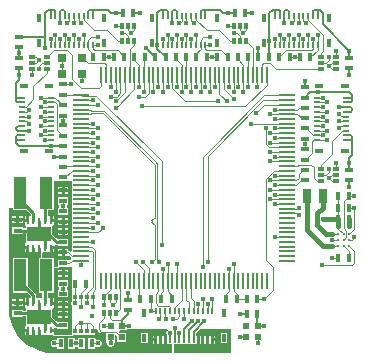
<source format=gtl>
G04*
G04 #@! TF.GenerationSoftware,Altium Limited,Altium Designer,24.10.1 (45)*
G04*
G04 Layer_Physical_Order=1*
G04 Layer_Color=255*
%FSLAX44Y44*%
%MOMM*%
G71*
G04*
G04 #@! TF.SameCoordinates,FFBF76A1-C27F-49F7-B839-AF013E36C687*
G04*
G04*
G04 #@! TF.FilePolarity,Positive*
G04*
G01*
G75*
%ADD10C,0.1000*%
%ADD12R,0.3200X0.6500*%
%ADD13R,0.2200X0.4750*%
%ADD14R,0.6500X0.3200*%
%ADD15R,0.4750X0.2200*%
%ADD16R,1.4500X0.2000*%
%ADD17R,0.2000X1.4500*%
%ADD18R,0.7000X0.4000*%
%ADD19R,0.4000X0.7000*%
%ADD20R,0.3000X0.4500*%
%ADD21R,0.5500X0.5500*%
%ADD22R,0.7800X0.6800*%
%ADD23C,0.2500*%
%ADD24R,0.8000X1.3000*%
%ADD25R,1.0000X2.7000*%
%ADD26R,0.2500X0.6000*%
%ADD27R,2.0000X1.2000*%
%ADD28R,0.5000X0.3000*%
%ADD29R,0.3000X0.5000*%
%ADD48C,0.0500*%
%ADD49C,0.4000*%
%ADD50C,0.2000*%
%ADD51C,0.2500*%
%ADD52C,0.4000*%
G36*
X105500Y223000D02*
X116756D01*
X120206Y219550D01*
Y219081D01*
X119750Y218000D01*
X118936Y218000D01*
X118770D01*
Y214000D01*
X117500D01*
Y212730D01*
X115250D01*
Y210000D01*
X115437D01*
X115978Y209746D01*
X116150Y208342D01*
X115602Y207794D01*
X113500D01*
Y208500D01*
X104500D01*
Y202500D01*
X113500D01*
Y203206D01*
X116500D01*
X116500Y195500D01*
X115437Y195000D01*
X115250D01*
Y192270D01*
X117500D01*
Y191000D01*
X118770D01*
Y187000D01*
X118980D01*
X119750Y187000D01*
X121020Y187000D01*
X121230D01*
Y191000D01*
X123770D01*
Y187000D01*
X124750D01*
X126020Y187000D01*
X126230D01*
Y191000D01*
X128770D01*
Y186143D01*
X128918Y185833D01*
Y182000D01*
X127500D01*
Y153000D01*
X130000D01*
Y149166D01*
X129750Y148000D01*
X125250Y148000D01*
X124794Y149081D01*
Y150744D01*
X124619Y151622D01*
X124122Y152366D01*
X117500Y158989D01*
Y182000D01*
X105500D01*
Y153000D01*
X117000D01*
X120206Y149794D01*
Y149081D01*
X119750Y148000D01*
X118936Y148000D01*
X118770D01*
Y144000D01*
X117500D01*
Y142730D01*
X115250D01*
Y140000D01*
X115437D01*
X115978Y139746D01*
X116150Y138342D01*
X115602Y137794D01*
X113500D01*
Y138500D01*
X104500D01*
Y132500D01*
X113500D01*
Y133206D01*
X116500D01*
X116500Y125500D01*
X115437Y125000D01*
X115250D01*
Y122270D01*
X117500D01*
Y121000D01*
X118770D01*
Y117000D01*
X118980D01*
X119750Y117000D01*
X121020Y117000D01*
X121230D01*
Y121000D01*
X123770D01*
Y117000D01*
X124750D01*
X126020Y117000D01*
X126230D01*
Y121000D01*
X128770D01*
Y117000D01*
X129750D01*
X131020Y117000D01*
X133980D01*
X134750Y117000D01*
Y117000D01*
X135250D01*
Y117000D01*
X138875D01*
X138985Y116735D01*
X139750Y116418D01*
X155000D01*
X155765Y116735D01*
X156082Y117500D01*
X168730D01*
X170000Y117500D01*
Y117500D01*
X170000D01*
Y117500D01*
X175000D01*
Y122500D01*
X176376Y122500D01*
Y122000D01*
X176852Y120852D01*
X178852Y118852D01*
X180000Y118376D01*
X184000D01*
Y111500D01*
X184146D01*
X184750Y110597D01*
Y109403D01*
X185207Y108301D01*
X186051Y107457D01*
X187153Y107000D01*
X188347D01*
X189449Y107457D01*
X190293Y108301D01*
X190750Y109403D01*
Y110597D01*
X191353Y111500D01*
X191500D01*
Y116669D01*
X192659Y117175D01*
X193500Y116505D01*
Y111500D01*
X201000D01*
Y119000D01*
X195802D01*
X195068Y119891D01*
X195541Y121000D01*
X201000D01*
Y121000D01*
X202270Y121805D01*
X202403Y121750D01*
X203597D01*
X204699Y122207D01*
X204993Y122500D01*
X235544Y122500D01*
X235987Y121230D01*
X235457Y120699D01*
X235000Y119597D01*
Y118403D01*
X235366Y117520D01*
X235270Y117285D01*
Y112875D01*
Y109500D01*
X240000D01*
Y101624D01*
X140000D01*
X139766Y101527D01*
X133979Y101982D01*
X128105Y103392D01*
X122525Y105704D01*
X117375Y108860D01*
X112782Y112782D01*
X108860Y117375D01*
X105704Y122525D01*
X103392Y128105D01*
X101982Y133979D01*
X101527Y139766D01*
X101624Y140000D01*
Y225000D01*
X105500D01*
Y223000D01*
D02*
G37*
G36*
X154750Y243270D02*
X154750Y242000D01*
X154750D01*
Y242000D01*
X154750Y242000D01*
Y231270D01*
X154750Y230000D01*
X154750D01*
Y230000D01*
X154750Y230000D01*
Y226000D01*
Y215270D01*
X154750Y214000D01*
X154750D01*
Y214000D01*
X154750Y214000D01*
Y203270D01*
X154750Y202000D01*
X154750D01*
Y202000D01*
X154750Y202000D01*
Y191270D01*
X154750Y190000D01*
X154750D01*
Y190000D01*
X154750Y190000D01*
Y188206D01*
X153577Y187719D01*
X153148Y188148D01*
X152000Y188624D01*
Y190000D01*
X148770D01*
Y187000D01*
Y184000D01*
X152000D01*
X152000Y184000D01*
Y184000D01*
X153121Y183583D01*
X153852Y182852D01*
X154249Y182687D01*
Y181313D01*
X153852Y181148D01*
X153270Y180566D01*
X152000Y181000D01*
Y181000D01*
X143000D01*
Y175000D01*
X139500D01*
Y182000D01*
X130000D01*
Y185834D01*
X130250Y187000D01*
X133980D01*
X134750Y187000D01*
Y187000D01*
X135250D01*
Y187000D01*
X136230D01*
Y191000D01*
X137500D01*
Y192270D01*
X139750D01*
Y192770D01*
X141020Y193449D01*
X141122Y193381D01*
X142000Y193206D01*
X143000D01*
Y192500D01*
X152000D01*
Y198500D01*
X143000D01*
Y198500D01*
X141881Y198864D01*
X138500Y202244D01*
X138500Y209500D01*
X139563Y210000D01*
X139750D01*
Y212730D01*
X137500D01*
Y214000D01*
X136230D01*
Y218000D01*
X135250D01*
X134794Y219081D01*
Y223000D01*
X139500D01*
Y247500D01*
X154750D01*
Y243270D01*
D02*
G37*
G36*
X155000Y152500D02*
Y145743D01*
X154957Y145699D01*
X154500Y144597D01*
Y143403D01*
X154957Y142301D01*
X155000Y142257D01*
Y124000D01*
Y117500D01*
X139750D01*
Y119730D01*
X137500D01*
Y122270D01*
X139750D01*
Y122770D01*
X141020Y123449D01*
X141122Y123381D01*
X142000Y123206D01*
X143000Y122500D01*
Y122500D01*
X152000D01*
Y128500D01*
X143000D01*
Y128500D01*
X141881Y128864D01*
X138500Y132244D01*
X138500Y139500D01*
X139563Y140000D01*
X139750D01*
Y142730D01*
X137500D01*
Y144000D01*
X136230D01*
Y148000D01*
X135250D01*
X134794Y149081D01*
Y153000D01*
X139500D01*
Y173918D01*
X143000D01*
X143765Y174235D01*
X144082Y175000D01*
X155000D01*
Y152500D01*
D02*
G37*
G36*
X290000Y101624D02*
X241082D01*
Y109500D01*
X260730D01*
Y112875D01*
Y116250D01*
X260039D01*
Y119155D01*
X263384Y122500D01*
X290000D01*
Y101624D01*
D02*
G37*
%LPC*%
G36*
X113500Y217500D02*
X110270D01*
Y215770D01*
X113500D01*
Y217500D01*
D02*
G37*
G36*
X107730D02*
X104500D01*
Y215770D01*
X107730D01*
Y217500D01*
D02*
G37*
G36*
X116230Y218000D02*
X115250D01*
Y215270D01*
X116230D01*
Y218000D01*
D02*
G37*
G36*
X113500Y213230D02*
X110270D01*
Y211500D01*
X113500D01*
Y213230D01*
D02*
G37*
G36*
X107730D02*
X104500D01*
Y211500D01*
X107730D01*
Y213230D01*
D02*
G37*
G36*
X116230Y189730D02*
X115250D01*
Y187000D01*
X116230D01*
Y189730D01*
D02*
G37*
G36*
X113500Y147500D02*
X110270D01*
Y145770D01*
X113500D01*
Y147500D01*
D02*
G37*
G36*
X107730D02*
X104500D01*
Y145770D01*
X107730D01*
Y147500D01*
D02*
G37*
G36*
X116230Y148000D02*
X115250D01*
Y145270D01*
X116230D01*
Y148000D01*
D02*
G37*
G36*
X113500Y143230D02*
X110270D01*
Y141500D01*
X113500D01*
Y143230D01*
D02*
G37*
G36*
X107730D02*
X104500D01*
Y141500D01*
X107730D01*
Y143230D01*
D02*
G37*
G36*
X116230Y119730D02*
X115250D01*
Y117000D01*
X116230D01*
Y119730D01*
D02*
G37*
G36*
X224730Y116250D02*
X223900D01*
Y114145D01*
X224730D01*
Y116250D01*
D02*
G37*
G36*
X166000Y114500D02*
X160000D01*
Y113436D01*
X159347Y113000D01*
X158153D01*
X157500Y113436D01*
Y114500D01*
X151500D01*
Y105500D01*
X157500D01*
Y106564D01*
X158153Y107000D01*
X159347D01*
X160000Y106564D01*
Y105500D01*
X166000D01*
Y114500D01*
D02*
G37*
G36*
X148500D02*
X142500D01*
Y113402D01*
X141230Y112738D01*
X140597Y113000D01*
X139403D01*
X138301Y112543D01*
X137457Y111699D01*
X137000Y110597D01*
Y109403D01*
X137457Y108301D01*
X138301Y107457D01*
X139403Y107000D01*
X140597D01*
X141230Y107262D01*
X142500Y106598D01*
Y105500D01*
X148500D01*
Y114500D01*
D02*
G37*
G36*
X219100Y118400D02*
X213900D01*
Y109900D01*
X219100D01*
Y118400D01*
D02*
G37*
G36*
X232730Y116250D02*
X231270D01*
Y112875D01*
Y109500D01*
X232730D01*
Y112875D01*
Y116250D01*
D02*
G37*
G36*
X228730D02*
X227270D01*
Y112875D01*
Y109500D01*
X228730D01*
Y112875D01*
Y116250D01*
D02*
G37*
G36*
X224730Y111605D02*
X223900D01*
Y109500D01*
X224730D01*
Y111605D01*
D02*
G37*
G36*
X175000Y114500D02*
X169000D01*
Y105500D01*
X175000D01*
Y106598D01*
X176270Y107262D01*
X176903Y107000D01*
X178097D01*
X179199Y107457D01*
X180043Y108301D01*
X180500Y109403D01*
Y110597D01*
X180043Y111699D01*
X179199Y112543D01*
X178097Y113000D01*
X176903D01*
X176270Y112738D01*
X175000Y113402D01*
Y114500D01*
D02*
G37*
G36*
X152000Y242500D02*
X148770D01*
Y240770D01*
X152000D01*
Y242500D01*
D02*
G37*
G36*
X146230D02*
X143000D01*
Y240770D01*
X146230D01*
Y242500D01*
D02*
G37*
G36*
X152000Y238230D02*
X148770D01*
Y236500D01*
X152000D01*
Y238230D01*
D02*
G37*
G36*
X146230D02*
X143000D01*
Y236500D01*
X146230D01*
Y238230D01*
D02*
G37*
G36*
X152000Y233500D02*
X143000D01*
Y227500D01*
X144064D01*
X144500Y226847D01*
Y225653D01*
X144064Y225000D01*
X143000D01*
Y219000D01*
X152000D01*
Y225000D01*
X150936D01*
X150500Y225653D01*
Y226847D01*
X150936Y227500D01*
X152000D01*
Y233500D01*
D02*
G37*
G36*
X138770Y218000D02*
Y215270D01*
X139750D01*
Y218000D01*
X138770D01*
D02*
G37*
G36*
X152000Y216000D02*
X148770D01*
Y214270D01*
X152000D01*
Y216000D01*
D02*
G37*
G36*
X146230D02*
X143000D01*
Y214270D01*
X146230D01*
Y216000D01*
D02*
G37*
G36*
X152000Y211730D02*
X148770D01*
Y210000D01*
X152000D01*
Y211730D01*
D02*
G37*
G36*
X146230D02*
X143000D01*
Y210000D01*
X146230D01*
Y211730D01*
D02*
G37*
G36*
X152000Y207500D02*
X148770D01*
Y205770D01*
X152000D01*
Y207500D01*
D02*
G37*
G36*
X146230D02*
X143000D01*
Y205770D01*
X146230D01*
Y207500D01*
D02*
G37*
G36*
X152000Y203230D02*
X148770D01*
Y201500D01*
X152000D01*
Y203230D01*
D02*
G37*
G36*
X146230D02*
X143000D01*
Y201500D01*
X146230D01*
Y203230D01*
D02*
G37*
G36*
Y190000D02*
X143000D01*
Y188270D01*
X146230D01*
Y190000D01*
D02*
G37*
G36*
X139750Y189730D02*
X138770D01*
Y187000D01*
X139750D01*
Y189730D01*
D02*
G37*
G36*
X146230Y185730D02*
X143000D01*
Y184000D01*
X146230D01*
Y185730D01*
D02*
G37*
G36*
X152000Y172500D02*
X148770D01*
Y170770D01*
X152000D01*
Y172500D01*
D02*
G37*
G36*
X146230D02*
X143000D01*
Y170770D01*
X146230D01*
Y172500D01*
D02*
G37*
G36*
X152000Y168230D02*
X148770D01*
Y166500D01*
X152000D01*
Y168230D01*
D02*
G37*
G36*
X146230D02*
X143000D01*
Y166500D01*
X146230D01*
Y168230D01*
D02*
G37*
G36*
X152000Y163500D02*
X143000D01*
Y157500D01*
X144064D01*
X144500Y156847D01*
Y155653D01*
X144064Y155000D01*
X143000D01*
Y149000D01*
X152000D01*
Y155000D01*
X150936D01*
X150500Y155653D01*
Y156847D01*
X150936Y157500D01*
X152000D01*
Y163500D01*
D02*
G37*
G36*
X138770Y148000D02*
Y145270D01*
X139750D01*
Y148000D01*
X138770D01*
D02*
G37*
G36*
X152000Y146000D02*
X148770D01*
Y144270D01*
X152000D01*
Y146000D01*
D02*
G37*
G36*
X146230D02*
X143000D01*
Y144270D01*
X146230D01*
Y146000D01*
D02*
G37*
G36*
X152000Y141730D02*
X148770D01*
Y140000D01*
X152000D01*
Y141730D01*
D02*
G37*
G36*
X146230D02*
X143000D01*
Y140000D01*
X146230D01*
Y141730D01*
D02*
G37*
G36*
X152000Y137500D02*
X148770D01*
Y135770D01*
X152000D01*
Y137500D01*
D02*
G37*
G36*
X146230D02*
X143000D01*
Y135770D01*
X146230D01*
Y137500D01*
D02*
G37*
G36*
X152000Y133230D02*
X148770D01*
Y131500D01*
X152000D01*
Y133230D01*
D02*
G37*
G36*
X146230D02*
X143000D01*
Y131500D01*
X146230D01*
Y133230D01*
D02*
G37*
G36*
X276100Y116250D02*
X275270D01*
Y114145D01*
X276100D01*
Y116250D01*
D02*
G37*
G36*
X286100Y118400D02*
X280900D01*
Y109900D01*
X286100D01*
Y118400D01*
D02*
G37*
G36*
X276100Y111605D02*
X275270D01*
Y109500D01*
X276100D01*
Y111605D01*
D02*
G37*
G36*
X272730Y116250D02*
X271270D01*
Y112875D01*
Y109500D01*
X272730D01*
Y112875D01*
Y116250D01*
D02*
G37*
G36*
X268730D02*
X267270D01*
Y112875D01*
Y109500D01*
X268730D01*
Y112875D01*
Y116250D01*
D02*
G37*
G36*
X264730D02*
X263270D01*
Y112875D01*
Y109500D01*
X264730D01*
Y112875D01*
Y116250D01*
D02*
G37*
%LPD*%
D10*
X225000Y210420D02*
G03*
X224000Y211420I-1000J0D01*
G01*
X222610Y212128D02*
G03*
X223318Y211420I708J0D01*
G01*
Y214960D02*
G03*
X222610Y214252I0J-708D01*
G01*
X224000Y214960D02*
G03*
X225000Y215960I0J1000D01*
G01*
X307000Y296000D02*
X337000D01*
X227000Y220000D02*
Y262000D01*
Y181086D02*
Y220000D01*
X225000Y261172D02*
X225000D01*
X171750Y305000D02*
X181171D01*
X225000Y261172D01*
X182000Y307000D02*
X225828Y263172D01*
X171750Y307000D02*
X182000D01*
X225828Y263172D02*
X225828D01*
X225000Y220000D02*
Y261172D01*
X225828Y263172D02*
X227000Y262000D01*
X380500Y207000D02*
X385000Y202500D01*
X380500Y207000D02*
Y209000D01*
X387500Y205000D02*
Y205328D01*
X385000Y207828D02*
Y230500D01*
Y207828D02*
X387500Y205328D01*
X392379Y197500D02*
X393426Y198547D01*
X390000Y197500D02*
X392379D01*
X393426Y198547D02*
Y199426D01*
X394000Y200000D01*
X375500Y202500D02*
X380000D01*
X241000Y131000D02*
X244000D01*
X246000Y133000D02*
Y137120D01*
X244000Y131000D02*
X246000Y133000D01*
X250000Y131000D02*
Y137120D01*
X262000D02*
Y143000D01*
X256000Y148000D02*
X258000Y146000D01*
Y137120D02*
Y146000D01*
X270000Y137120D02*
Y143000D01*
X270000Y143000D02*
X270000Y143000D01*
X222000Y137120D02*
Y147500D01*
X225642Y137478D02*
X226000Y137120D01*
X229000Y131000D02*
Y131812D01*
X234000Y132812D02*
X235000Y131812D01*
X229000D02*
X230000Y132812D01*
X235000Y131000D02*
Y131812D01*
X234000Y132812D02*
Y137120D01*
X230000Y132812D02*
Y137120D01*
X222000D02*
X226000D01*
X238000D02*
Y141000D01*
X237000Y142000D02*
X238000Y141000D01*
X228000Y142000D02*
X237000D01*
X226000Y144000D02*
X228000Y142000D01*
X226000Y144000D02*
Y152000D01*
X228000Y154000D01*
Y163000D01*
X160000Y127500D02*
X162500D01*
X157500Y125000D02*
X160000Y127500D01*
X147500Y329500D02*
X148000Y330000D01*
X147500Y329500D02*
X154000D01*
X146350Y338350D02*
X147000Y339000D01*
Y345000D01*
X146350Y351650D02*
X147000Y351000D01*
Y345000D02*
Y351000D01*
X151000Y358000D02*
X155000Y354000D01*
X139500Y358000D02*
X151000D01*
X134000Y352500D02*
X139500Y358000D01*
X155000Y334000D02*
Y354000D01*
X163000Y326000D02*
X178000D01*
X155000Y334000D02*
X163000Y326000D01*
X367000Y176000D02*
X392000D01*
X394000Y178000D01*
Y188500D01*
X390000Y192500D02*
X394000Y188500D01*
X346000Y220000D02*
X347000Y219000D01*
X337000Y220000D02*
X346000D01*
X346000Y224000D02*
X347000Y225000D01*
X337000Y224000D02*
X346000D01*
X327000Y228000D02*
X337000D01*
X319000Y181000D02*
X325000Y175000D01*
X319000Y181000D02*
Y249000D01*
X389500Y225000D02*
X394000D01*
X380500D02*
Y235000D01*
Y215000D02*
Y225000D01*
X389500Y235000D02*
X394000D01*
X389500Y182500D02*
Y188000D01*
X385000Y192500D02*
X389500Y188000D01*
X375000Y182500D02*
X380500D01*
X225000Y200051D02*
Y210420D01*
X223318Y211420D02*
X224000D01*
X222610Y212128D02*
Y214252D01*
X223318Y214960D02*
X224000D01*
X225000Y215960D02*
Y220000D01*
Y181086D02*
Y200051D01*
X242000Y137120D02*
Y141000D01*
X248000Y147000D02*
Y163000D01*
X242000Y141000D02*
X248000Y147000D01*
X231000Y193000D02*
Y264000D01*
X175164Y319836D02*
X231000Y264000D01*
X223000Y179000D02*
Y179086D01*
X225000Y181086D01*
X229000Y179000D02*
Y179086D01*
X227000Y181086D02*
X229000Y179086D01*
X270000Y179000D02*
Y269000D01*
X266000Y175000D02*
Y268000D01*
X147500Y222000D02*
Y230500D01*
X317500Y147500D02*
X325000Y155000D01*
Y175000D01*
X236000Y154000D02*
Y177000D01*
X232000Y154000D02*
Y173000D01*
X244000Y163000D02*
Y177000D01*
X212000Y148500D02*
Y163000D01*
X209000Y179000D02*
X216000Y172000D01*
Y163000D02*
Y172000D01*
X220000Y163000D02*
Y174000D01*
X215000Y179000D02*
X220000Y174000D01*
X266000Y268000D02*
X318000Y320000D01*
X270000Y269000D02*
X317000Y316000D01*
X256000Y148000D02*
Y163000D01*
X318000Y320000D02*
X337000D01*
X317000Y316000D02*
X337000D01*
X266000Y137120D02*
Y147500D01*
X312000D02*
X317500D01*
X274000Y137120D02*
Y147500D01*
X294500D02*
X303000D01*
X319000Y249000D02*
X326000Y256000D01*
X172500Y149250D02*
Y153500D01*
X175000Y156000D01*
Y189000D01*
X172500Y141000D02*
Y149250D01*
X167500Y152500D02*
X173000Y158000D01*
Y187000D01*
X167500Y144000D02*
Y152500D01*
X163000Y308000D02*
X170750D01*
X171750Y307000D01*
X163000Y304000D02*
X170750D01*
X171750Y305000D01*
X251000Y315000D02*
X279000D01*
X302000Y311000D02*
X319836Y328836D01*
X214000Y311000D02*
X302000D01*
X177000Y292000D02*
X177000Y292000D01*
X163000Y296000D02*
X173000D01*
X163000Y292000D02*
X177000D01*
X163000Y284000D02*
X177000D01*
X163000Y288000D02*
X173000D01*
X177000Y284000D02*
X177000Y284000D01*
X230500Y152500D02*
X232000Y154000D01*
X252000Y147000D02*
Y163000D01*
X254000Y137120D02*
Y145000D01*
X252000Y147000D02*
X254000Y145000D01*
X362880Y286000D02*
X367500D01*
X362880Y282000D02*
X371000D01*
X359500D02*
X362880D01*
X375000Y270000D02*
Y281050D01*
X366000Y261000D02*
X375000Y270000D01*
Y281050D02*
X383950Y290000D01*
X200000Y323000D02*
Y337000D01*
X192000Y315000D02*
X200000Y323000D01*
X188000Y319000D02*
X193000D01*
X196000Y322000D02*
Y337000D01*
X193000Y319000D02*
X196000Y322000D01*
X192000Y309000D02*
X208000Y325000D01*
X192000Y323000D02*
Y337000D01*
X323000Y264000D02*
X337000D01*
X327000Y284000D02*
X337000D01*
X323000Y288000D02*
X337000D01*
X323000Y272000D02*
X337000D01*
X311000Y305000D02*
X318000Y312000D01*
X346000Y304000D02*
X349500Y300500D01*
X323000Y304000D02*
X346000D01*
X318000Y312000D02*
X337000D01*
X163000Y204000D02*
X177000D01*
X181000Y208000D01*
X163164Y319836D02*
X175164D01*
X163000Y312000D02*
X177000D01*
X163000Y316000D02*
X173000D01*
X208000Y325000D02*
Y337000D01*
X163000Y320000D02*
X163164Y319836D01*
X147500Y294500D02*
Y302500D01*
X132500Y306000D02*
X137120D01*
X129000Y302000D02*
X137120D01*
X163436Y338136D02*
X163650Y338350D01*
X163436Y331786D02*
Y338136D01*
X178000Y127000D02*
X182500Y131500D01*
X178000Y122000D02*
Y127000D01*
X182500Y131500D02*
Y136000D01*
X178000Y122000D02*
X180000Y120000D01*
X182500Y124750D02*
X187750D01*
X180000Y120000D02*
X192500D01*
X163000Y212000D02*
X177000D01*
X188000Y327000D02*
Y337000D01*
X147500Y320500D02*
X148000Y320000D01*
X163000D01*
X180000Y328000D02*
Y337000D01*
X178000Y326000D02*
X180000Y328000D01*
X132500Y314000D02*
X137120D01*
X141000D01*
X142000Y313000D01*
Y291000D02*
Y313000D01*
Y291000D02*
X147500Y285500D01*
X141000Y318000D02*
X147500Y311500D01*
X137120Y318000D02*
X141000D01*
X147500Y250500D02*
X149500D01*
X155000Y256000D01*
X163000D01*
X147500Y259500D02*
X148000Y260000D01*
X163000D01*
X177000D01*
X232000Y362880D02*
Y368000D01*
X232000Y368000D02*
X232000Y368000D01*
X240000Y362880D02*
Y368000D01*
X236000Y362880D02*
Y371000D01*
X240000Y368000D02*
X240000Y368000D01*
X352500Y274500D02*
Y283000D01*
X383086Y294000D02*
X387120D01*
X381000Y292000D02*
X381086D01*
X383950Y290000D02*
X387120D01*
X381086Y292000D02*
X383086Y294000D01*
X260000Y371000D02*
X260000Y371000D01*
Y362880D02*
Y371000D01*
X163000Y244000D02*
X177000D01*
X163000Y240000D02*
X173000D01*
X177000Y244000D02*
X177000Y244000D01*
X163000Y232000D02*
X173000D01*
X163000Y208000D02*
X173000D01*
X163000Y216000D02*
X173000D01*
X163000Y220000D02*
X177000D01*
X163000Y196000D02*
X173000D01*
X117000Y298000D02*
X119000Y296000D01*
X112880Y302000D02*
X119000D01*
X129000Y310000D02*
X137120D01*
X163000Y276000D02*
X177000D01*
X177000Y268000D02*
X177000Y268000D01*
X163000Y268000D02*
X177000D01*
Y260000D02*
X177000Y260000D01*
X163000Y252000D02*
X177000D01*
X163000Y236000D02*
X177000D01*
X163000Y228000D02*
X177000D01*
X163000Y272000D02*
X173000D01*
X163000Y280000D02*
X173000D01*
Y272000D02*
X173000Y272000D01*
X173000Y280000D02*
X173000Y280000D01*
X129000Y286000D02*
X137120D01*
X132500Y282000D02*
X137120D01*
X132500Y290000D02*
X137120D01*
X132500Y298000D02*
X137120D01*
X129000Y318000D02*
X137120D01*
X129000Y294000D02*
X137120D01*
X117000Y306000D02*
X119000Y308000D01*
X116169Y310169D02*
X122500Y316500D01*
X113049Y310169D02*
X116169D01*
X163000Y248000D02*
X173000D01*
X163000Y264000D02*
X173000D01*
X327000Y300000D02*
X337000D01*
X327000Y308000D02*
X337000D01*
X163000Y224000D02*
X173000D01*
X163000Y256000D02*
X173000D01*
X284000Y325000D02*
X292000Y317000D01*
X284000Y325000D02*
Y337000D01*
X292000Y323000D02*
Y337000D01*
X300000Y323000D02*
Y337000D01*
X304000Y327000D02*
Y337000D01*
X339500Y352500D02*
X348000D01*
X187500Y131500D02*
Y136000D01*
X197000Y130000D02*
X197250Y129750D01*
X189000Y130000D02*
X197000D01*
X187500Y131500D02*
X189000Y130000D01*
X240000Y326000D02*
X251000Y315000D01*
X236000Y327000D02*
Y337000D01*
X240000Y326000D02*
Y337000D01*
X256000Y322500D02*
Y337000D01*
X260000Y337000D02*
X260000Y337000D01*
X260000Y327000D02*
Y337000D01*
X248000Y322500D02*
Y337000D01*
X252000Y327000D02*
Y352500D01*
X228000Y327000D02*
Y337000D01*
X224000Y323000D02*
Y337000D01*
X232000Y323000D02*
Y337000D01*
Y322500D02*
Y323000D01*
X224000Y322500D02*
Y323000D01*
X220000Y322000D02*
Y337000D01*
X217000Y319000D02*
X220000Y322000D01*
X244000Y327000D02*
Y337000D01*
X264000Y322500D02*
Y337000D01*
X268000Y327000D02*
Y337000D01*
X276000Y327000D02*
Y337000D01*
X272000Y323000D02*
X272000Y323000D01*
Y337000D01*
X292000Y163000D02*
Y177000D01*
X288000Y163000D02*
Y173000D01*
X312250Y110000D02*
Y115250D01*
X280000Y321000D02*
Y337000D01*
Y321000D02*
X286000Y315000D01*
X256000Y383086D02*
Y387120D01*
Y383086D02*
X258000Y381086D01*
X260169Y383831D02*
Y386951D01*
X258000Y381000D02*
Y381086D01*
X260169Y383831D02*
X269000Y375000D01*
X280000D01*
X171000Y369000D02*
X177000D01*
X182000Y352500D02*
X190500D01*
X204000Y337000D02*
Y359000D01*
X326000Y256000D02*
X337000D01*
X323000Y248000D02*
X337000D01*
X327000Y252000D02*
X337000D01*
X327000Y244000D02*
X337000D01*
X319836Y328836D02*
Y336836D01*
X320000Y337000D01*
X216000Y323000D02*
Y351500D01*
X212000Y319000D02*
X217000D01*
X169000Y367000D02*
X171000Y369000D01*
X173000Y362880D02*
X177000D01*
X212000Y327000D02*
Y337000D01*
X169000Y362880D02*
Y367000D01*
X165000Y362880D02*
Y371000D01*
X157000Y362880D02*
Y371000D01*
X153000Y362880D02*
Y367500D01*
X212000Y337000D02*
Y346000D01*
X362880Y314000D02*
X371000D01*
X362880Y306000D02*
X371000D01*
X362880Y298000D02*
X371000D01*
X362880Y290000D02*
X371000D01*
X149000Y362880D02*
Y371000D01*
X141000Y362880D02*
Y371000D01*
X122500Y316500D02*
Y327500D01*
X112880Y310000D02*
X113049Y310169D01*
X112880Y306000D02*
X117000D01*
X112880Y298000D02*
X117000D01*
X246000Y381000D02*
X248000Y383000D01*
Y387120D01*
X165000D02*
X165169Y386951D01*
X161000Y383000D02*
Y387120D01*
X165169Y383831D02*
X174000Y375000D01*
X161000Y383000D02*
X163000Y381000D01*
X165169Y383831D02*
Y386951D01*
X174000Y375000D02*
X185000D01*
X252000Y381000D02*
Y387120D01*
X157000Y381000D02*
Y387120D01*
X319000Y279000D02*
Y292000D01*
X327000D02*
X337000D01*
X158750Y110000D02*
X163000D01*
X154500D02*
X158750D01*
X312000Y327000D02*
Y337000D01*
X296000Y327000D02*
X296000Y327000D01*
Y337000D01*
X288000Y327000D02*
Y337000D01*
X280000Y375000D02*
X289000Y366000D01*
X252000Y371000D02*
X252000Y371000D01*
Y362880D02*
Y371000D01*
X244000Y371000D02*
X244000Y371000D01*
Y362880D02*
Y371000D01*
X256000Y362880D02*
X256000Y362880D01*
X256000Y362880D02*
Y368000D01*
X248000Y362880D02*
Y368000D01*
X137000Y362880D02*
Y367500D01*
X151000Y381000D02*
X153000Y383000D01*
Y387120D01*
X145000Y362880D02*
Y367500D01*
X161000Y362880D02*
Y367500D01*
X185000Y375000D02*
X194000Y366000D01*
X367500Y357500D02*
Y371500D01*
X355000Y384000D02*
X367500Y371500D01*
X355000Y384000D02*
Y387120D01*
X359000Y362880D02*
Y368000D01*
X363000Y362880D02*
Y371000D01*
X351000Y383000D02*
X353000Y381000D01*
X351000Y383000D02*
Y387120D01*
X341000Y381000D02*
X343000Y383000D01*
Y387120D01*
X347000Y381000D02*
Y387120D01*
X381000Y298000D02*
X381000Y298000D01*
X387120D01*
X366000Y257500D02*
Y261000D01*
X358000Y271000D02*
Y280500D01*
X352500Y265500D02*
X358000Y271000D01*
Y280500D02*
X359500Y282000D01*
X302500Y366000D02*
X308750Y359750D01*
Y346750D02*
Y359750D01*
X355000Y362880D02*
Y371000D01*
X347000Y362880D02*
Y371000D01*
X322000Y276000D02*
X337000D01*
X319000Y279000D02*
X322000Y276000D01*
X323000Y280000D02*
X337000D01*
X323000Y232000D02*
X337000D01*
X362880Y310000D02*
X367500D01*
X362880Y302000D02*
X367500D01*
X327000Y268000D02*
X337000D01*
X327000Y200000D02*
X337000D01*
X381000Y304000D02*
X382831Y302169D01*
X386951D01*
X327000Y236000D02*
X337000D01*
X323000Y240000D02*
X337000D01*
X386951Y302169D02*
X387120Y302000D01*
X339000Y362880D02*
Y371000D01*
X343000Y362880D02*
Y368000D01*
X335000Y362880D02*
Y368000D01*
X331000Y362880D02*
Y371000D01*
X327000Y362880D02*
Y368000D01*
X266000Y369000D02*
X272000D01*
X268000Y362880D02*
X272000D01*
X330500Y352500D02*
X336000Y358000D01*
X357500D02*
X359000Y359500D01*
X336000Y358000D02*
X357500D01*
X351000Y362880D02*
Y368000D01*
X264000Y367000D02*
X266000Y369000D01*
X264000Y362880D02*
Y367000D01*
X362880Y318000D02*
X367500D01*
X163000Y176000D02*
Y180000D01*
X172000Y192000D02*
X175000Y189000D01*
X163000Y192000D02*
X172000D01*
X172000Y188000D02*
X173000Y187000D01*
X163000Y188000D02*
X172000D01*
X162500Y141000D02*
Y149250D01*
X157500Y144000D02*
Y149250D01*
X163650Y351650D02*
X168300Y347000D01*
X183000D01*
X184000Y346000D01*
Y337000D02*
Y346000D01*
X317000Y347000D02*
X323000D01*
X327500Y342500D01*
X366000D01*
X316000Y346000D02*
X317000Y347000D01*
X316000Y337000D02*
Y346000D01*
X308000D02*
X308750Y346750D01*
X308000Y337000D02*
Y346000D01*
X360000Y250000D02*
Y259000D01*
X357750Y261250D02*
X360000Y259000D01*
X347250Y261250D02*
X357750D01*
X360000Y250000D02*
X362500Y247500D01*
X366000D01*
X346000Y260000D02*
X347250Y261250D01*
X337000Y260000D02*
X346000D01*
X204000Y359000D02*
X207500Y362500D01*
Y366000D01*
X243000Y351000D02*
X248000Y346000D01*
Y337000D02*
Y346000D01*
X216000Y351500D02*
X217000Y352500D01*
X349000Y248000D02*
X352500D01*
X345000Y244000D02*
X349000Y248000D01*
X192500Y145000D02*
Y149000D01*
X190000Y142500D02*
X192500Y145000D01*
X187500D02*
X190000Y142500D01*
X187500Y145000D02*
Y149000D01*
X140000Y110000D02*
X145500D01*
X172000D02*
X177500D01*
X162500Y149250D02*
Y152500D01*
X167000Y157000D01*
X157500Y149250D02*
Y159500D01*
X167000Y157000D02*
Y160000D01*
X157500Y159500D02*
X158000Y160000D01*
X192500Y120000D02*
X197250Y115250D01*
X147500Y152000D02*
Y160500D01*
X155000Y184000D02*
X163000D01*
X155000Y180000D02*
X163000D01*
X147500Y187000D02*
X152000D01*
X153000Y178000D02*
X155000Y180000D01*
X147500Y178000D02*
X153000D01*
X152000Y187000D02*
X155000Y184000D01*
X337000Y308000D02*
X346000D01*
X347500Y309500D02*
X352500D01*
X346000Y308000D02*
X347500Y309500D01*
X349500Y300500D02*
X352500D01*
X269500Y352500D02*
X278000D01*
X173000Y359500D02*
Y362880D01*
Y359500D02*
X174500Y358000D01*
X363000Y358500D02*
Y362880D01*
X357000Y352500D02*
X363000Y358500D01*
X359000Y359500D02*
Y362880D01*
X359500Y286000D02*
X362880D01*
X353500Y292000D02*
X359500Y286000D01*
X352500Y292000D02*
X353500D01*
X375500Y192500D02*
X380000D01*
X376000Y197500D02*
X380000D01*
X312000Y125000D02*
X312250Y124750D01*
X236000Y154000D02*
X239500Y150500D01*
Y147500D02*
Y150500D01*
X230500Y147500D02*
Y152500D01*
X292000Y154000D02*
Y163000D01*
X288000Y154000D02*
Y163000D01*
X285500Y147500D02*
Y151500D01*
X288000Y154000D01*
X294500Y147500D02*
Y151500D01*
X292000Y154000D02*
X294500Y151500D01*
X157500Y120750D02*
Y125000D01*
X172500Y120750D02*
Y125000D01*
X170000Y127500D02*
X172500Y125000D01*
X162500Y120750D02*
Y127500D01*
X162500Y127500D01*
X167500Y120750D02*
Y127500D01*
X167500Y127500D01*
X162500D02*
X167500D01*
X170000D01*
X385000Y197500D02*
X387500Y200000D01*
X390000Y202500D02*
X394000Y206500D01*
X195836Y162836D02*
X196000Y163000D01*
X362880Y294000D02*
X367500D01*
X196000Y139500D02*
Y163000D01*
X192500Y136000D02*
X196000Y139500D01*
X182500Y142500D02*
Y149000D01*
X182500Y142500D02*
X182500Y142500D01*
X188000Y156000D02*
Y163000D01*
X182500Y150500D02*
X188000Y156000D01*
X182500Y149000D02*
Y150500D01*
X351000Y257000D02*
X352500D01*
X337000Y244000D02*
X345000D01*
X337000Y248000D02*
X345000D01*
X347000Y250000D02*
Y253000D01*
X351000Y257000D01*
X345000Y248000D02*
X347000Y250000D01*
X375000Y252500D02*
X379000D01*
X372500Y250000D02*
X375000Y252500D01*
X366000D02*
X370000D01*
X372500Y255000D01*
Y257500D01*
X375000Y247500D02*
X379000D01*
X372500Y250000D02*
X375000Y247500D01*
X379000Y257500D02*
Y262500D01*
X297500Y375000D02*
Y379000D01*
Y375000D02*
X300000Y372500D01*
X297500Y366000D02*
Y370000D01*
X295000Y372500D02*
X297500Y370000D01*
X292500Y372500D02*
X295000D01*
X302500Y375000D02*
Y379000D01*
X300000Y372500D02*
X302500Y375000D01*
X287500Y379000D02*
X292500D01*
X289000Y366000D02*
X292500D01*
X202500Y375000D02*
Y379000D01*
Y375000D02*
X205000Y372500D01*
X202500Y366000D02*
Y370000D01*
X200000Y372500D02*
X202500Y370000D01*
X197500Y372500D02*
X200000D01*
X207500Y375000D02*
Y379000D01*
X205000Y372500D02*
X207500Y375000D01*
X192500Y379000D02*
X197500D01*
X194000Y366000D02*
X197500D01*
X121000Y347500D02*
X125000D01*
X127500Y350000D01*
X130000Y347500D02*
X134000D01*
X127500Y345000D02*
X130000Y347500D01*
X127500Y342500D02*
Y345000D01*
X121000Y352500D02*
X125000D01*
X127500Y350000D01*
X121000Y337500D02*
Y342500D01*
X134000Y339000D02*
Y342500D01*
X122500Y327500D02*
X134000Y339000D01*
X385000Y230500D02*
X389500Y235000D01*
X394000Y206500D02*
Y225000D01*
X375000Y347500D02*
X379000D01*
X372500Y345000D02*
X375000Y347500D01*
X366000D02*
X370000D01*
X372500Y350000D01*
Y352500D01*
X375000Y342500D02*
X379000D01*
X372500Y345000D02*
X375000Y342500D01*
X379000Y352500D02*
Y357500D01*
X366000Y352500D02*
Y356000D01*
X367500Y357500D01*
X169000Y359000D02*
Y362880D01*
X173000Y352500D02*
Y355000D01*
X169000Y359000D02*
X173000Y355000D01*
X194000Y358000D02*
X199500Y352500D01*
X174500Y358000D02*
X194000D01*
X281500D02*
X287000Y352500D01*
X268000Y359500D02*
X269500Y358000D01*
X268000Y359500D02*
Y362880D01*
X269500Y358000D02*
X281500D01*
X264000Y359000D02*
Y362880D01*
X260500Y355500D02*
X264000Y359000D01*
X260500Y352500D02*
Y355500D01*
X304000Y337000D02*
Y352000D01*
X304500Y352500D01*
X300000Y337000D02*
Y346000D01*
X295500Y350500D02*
Y352500D01*
Y350500D02*
X300000Y346000D01*
X252000Y352500D02*
X252000Y352500D01*
X243000Y351000D02*
Y352500D01*
X208000Y350000D02*
Y352500D01*
Y350000D02*
X212000Y346000D01*
D12*
X216500Y114150D02*
D03*
X283500D02*
D03*
Y135850D02*
D03*
X216500D02*
D03*
X372500Y364150D02*
D03*
X317500D02*
D03*
Y385850D02*
D03*
X372500D02*
D03*
X277500Y364150D02*
D03*
X222500D02*
D03*
Y385850D02*
D03*
X277500D02*
D03*
X182500Y364150D02*
D03*
X127500D02*
D03*
Y385850D02*
D03*
X182500D02*
D03*
D13*
X274000Y137120D02*
D03*
X270000D02*
D03*
X266000D02*
D03*
X262000D02*
D03*
X258000D02*
D03*
X254000D02*
D03*
X250000D02*
D03*
X246000D02*
D03*
X242000D02*
D03*
X238000D02*
D03*
X234000D02*
D03*
X230000D02*
D03*
X226000D02*
D03*
X274000Y112875D02*
D03*
X270000D02*
D03*
X266000D02*
D03*
X262000D02*
D03*
X258000D02*
D03*
X254000D02*
D03*
X250000D02*
D03*
X246000D02*
D03*
X242000D02*
D03*
X238000D02*
D03*
X234000D02*
D03*
X230000D02*
D03*
X226000D02*
D03*
X335000Y387120D02*
D03*
X331000D02*
D03*
X327000D02*
D03*
X363000Y362880D02*
D03*
X359000D02*
D03*
X355000D02*
D03*
X351000D02*
D03*
X347000D02*
D03*
X343000D02*
D03*
X339000D02*
D03*
X335000D02*
D03*
X331000D02*
D03*
X327000D02*
D03*
X355000Y387120D02*
D03*
X359000D02*
D03*
X363000D02*
D03*
X339000D02*
D03*
X351000D02*
D03*
X343000D02*
D03*
X347000D02*
D03*
X240000D02*
D03*
X236000D02*
D03*
X232000D02*
D03*
X268000Y362880D02*
D03*
X264000D02*
D03*
X260000D02*
D03*
X256000D02*
D03*
X252000D02*
D03*
X248000D02*
D03*
X244000D02*
D03*
X240000D02*
D03*
X236000D02*
D03*
X232000D02*
D03*
X260000Y387120D02*
D03*
X264000D02*
D03*
X268000D02*
D03*
X244000D02*
D03*
X256000D02*
D03*
X248000D02*
D03*
X252000D02*
D03*
X145000D02*
D03*
X141000D02*
D03*
X137000D02*
D03*
X173000Y362880D02*
D03*
X169000D02*
D03*
X165000D02*
D03*
X161000D02*
D03*
X157000D02*
D03*
X153000D02*
D03*
X149000D02*
D03*
X145000D02*
D03*
X141000D02*
D03*
X137000D02*
D03*
X165000Y387120D02*
D03*
X169000D02*
D03*
X173000D02*
D03*
X149000D02*
D03*
X161000D02*
D03*
X153000D02*
D03*
X157000D02*
D03*
D14*
X364150Y272500D02*
D03*
Y327500D02*
D03*
X385850D02*
D03*
Y272500D02*
D03*
X135850Y327500D02*
D03*
Y272500D02*
D03*
X114150D02*
D03*
Y327500D02*
D03*
D15*
X387120Y310000D02*
D03*
Y314000D02*
D03*
Y318000D02*
D03*
X362880Y282000D02*
D03*
Y286000D02*
D03*
Y290000D02*
D03*
Y294000D02*
D03*
Y298000D02*
D03*
Y302000D02*
D03*
Y306000D02*
D03*
Y310000D02*
D03*
Y314000D02*
D03*
Y318000D02*
D03*
X387120Y290000D02*
D03*
Y286000D02*
D03*
Y282000D02*
D03*
Y306000D02*
D03*
Y294000D02*
D03*
Y302000D02*
D03*
Y298000D02*
D03*
X112880Y290000D02*
D03*
Y286000D02*
D03*
Y282000D02*
D03*
X137120Y318000D02*
D03*
Y314000D02*
D03*
Y310000D02*
D03*
Y306000D02*
D03*
Y302000D02*
D03*
Y298000D02*
D03*
Y294000D02*
D03*
Y290000D02*
D03*
Y286000D02*
D03*
Y282000D02*
D03*
X112880Y310000D02*
D03*
Y314000D02*
D03*
Y318000D02*
D03*
Y294000D02*
D03*
Y306000D02*
D03*
Y298000D02*
D03*
Y302000D02*
D03*
D16*
X337000Y208000D02*
D03*
Y200000D02*
D03*
Y196000D02*
D03*
Y188000D02*
D03*
Y180000D02*
D03*
Y184000D02*
D03*
Y204000D02*
D03*
Y192000D02*
D03*
Y280000D02*
D03*
Y276000D02*
D03*
Y260000D02*
D03*
Y272000D02*
D03*
Y284000D02*
D03*
Y264000D02*
D03*
Y252000D02*
D03*
Y268000D02*
D03*
Y256000D02*
D03*
Y212000D02*
D03*
Y232000D02*
D03*
Y228000D02*
D03*
Y236000D02*
D03*
Y240000D02*
D03*
Y244000D02*
D03*
Y248000D02*
D03*
Y220000D02*
D03*
Y224000D02*
D03*
Y216000D02*
D03*
Y296000D02*
D03*
Y316000D02*
D03*
Y304000D02*
D03*
Y312000D02*
D03*
Y308000D02*
D03*
Y288000D02*
D03*
Y300000D02*
D03*
Y320000D02*
D03*
Y292000D02*
D03*
X163000Y180000D02*
D03*
Y184000D02*
D03*
Y188000D02*
D03*
Y192000D02*
D03*
Y196000D02*
D03*
Y200000D02*
D03*
Y204000D02*
D03*
Y208000D02*
D03*
Y212000D02*
D03*
Y216000D02*
D03*
Y220000D02*
D03*
Y224000D02*
D03*
Y228000D02*
D03*
Y232000D02*
D03*
Y236000D02*
D03*
Y240000D02*
D03*
Y244000D02*
D03*
Y248000D02*
D03*
Y252000D02*
D03*
Y256000D02*
D03*
Y260000D02*
D03*
Y264000D02*
D03*
Y268000D02*
D03*
Y272000D02*
D03*
Y276000D02*
D03*
Y280000D02*
D03*
Y284000D02*
D03*
Y288000D02*
D03*
Y292000D02*
D03*
Y296000D02*
D03*
Y300000D02*
D03*
Y304000D02*
D03*
Y308000D02*
D03*
Y312000D02*
D03*
Y316000D02*
D03*
Y320000D02*
D03*
D17*
X180000Y163000D02*
D03*
X216000D02*
D03*
X228000D02*
D03*
X220000D02*
D03*
X224000D02*
D03*
X232000D02*
D03*
X236000D02*
D03*
X240000D02*
D03*
X244000D02*
D03*
X248000D02*
D03*
X252000D02*
D03*
X256000D02*
D03*
X192000D02*
D03*
X320000D02*
D03*
X296000D02*
D03*
X300000D02*
D03*
X280000D02*
D03*
X316000D02*
D03*
X312000D02*
D03*
X308000D02*
D03*
X284000D02*
D03*
X288000D02*
D03*
X292000D02*
D03*
X304000D02*
D03*
X272000D02*
D03*
X276000D02*
D03*
X268000D02*
D03*
X264000D02*
D03*
X184000D02*
D03*
X188000D02*
D03*
X260000D02*
D03*
X196000D02*
D03*
X200000D02*
D03*
X204000D02*
D03*
X208000D02*
D03*
X212000D02*
D03*
X180000Y337000D02*
D03*
X184000D02*
D03*
X188000D02*
D03*
X192000D02*
D03*
X196000D02*
D03*
X200000D02*
D03*
X204000D02*
D03*
X208000D02*
D03*
X212000D02*
D03*
X216000D02*
D03*
X220000D02*
D03*
X224000D02*
D03*
X228000D02*
D03*
X232000D02*
D03*
X236000D02*
D03*
X240000D02*
D03*
X244000D02*
D03*
X248000D02*
D03*
X252000D02*
D03*
X256000D02*
D03*
X260000D02*
D03*
X264000D02*
D03*
X268000D02*
D03*
X272000D02*
D03*
X276000D02*
D03*
X280000D02*
D03*
X284000D02*
D03*
X288000D02*
D03*
X292000D02*
D03*
X296000D02*
D03*
X300000D02*
D03*
X304000D02*
D03*
X308000D02*
D03*
X312000D02*
D03*
X316000D02*
D03*
X320000D02*
D03*
D18*
X110000Y343000D02*
D03*
Y352000D02*
D03*
X390000Y352000D02*
D03*
Y343000D02*
D03*
Y257000D02*
D03*
Y248000D02*
D03*
X202500Y138000D02*
D03*
Y147000D02*
D03*
X352500Y318000D02*
D03*
Y327000D02*
D03*
X110000Y369500D02*
D03*
Y360500D02*
D03*
X147500Y277000D02*
D03*
Y268000D02*
D03*
X109000Y144500D02*
D03*
Y135500D02*
D03*
X147500Y169500D02*
D03*
Y160500D02*
D03*
Y143000D02*
D03*
Y152000D02*
D03*
Y134500D02*
D03*
Y125500D02*
D03*
X109000Y214500D02*
D03*
Y205500D02*
D03*
X147500Y204500D02*
D03*
Y195500D02*
D03*
Y213000D02*
D03*
Y222000D02*
D03*
Y239500D02*
D03*
Y230500D02*
D03*
Y250500D02*
D03*
Y259500D02*
D03*
Y178000D02*
D03*
Y187000D02*
D03*
X352500Y300500D02*
D03*
Y309500D02*
D03*
Y248000D02*
D03*
Y257000D02*
D03*
X147500Y329500D02*
D03*
Y320500D02*
D03*
X352500Y265500D02*
D03*
Y274500D02*
D03*
X147500Y311500D02*
D03*
Y302500D02*
D03*
X352500Y292000D02*
D03*
Y283000D02*
D03*
X147500Y285500D02*
D03*
Y294500D02*
D03*
D19*
X198000Y390000D02*
D03*
X207000D02*
D03*
X293000D02*
D03*
X302000D02*
D03*
X312000Y135000D02*
D03*
X303000D02*
D03*
X389500Y182500D02*
D03*
X380500D02*
D03*
Y215000D02*
D03*
X389500D02*
D03*
X158000Y160000D02*
D03*
X167000D02*
D03*
X322000Y352500D02*
D03*
X313000D02*
D03*
X234500D02*
D03*
X225500D02*
D03*
X217000D02*
D03*
X208000D02*
D03*
X252000D02*
D03*
X243000D02*
D03*
X304500D02*
D03*
X295500D02*
D03*
X239500Y147500D02*
D03*
X230500D02*
D03*
X294500D02*
D03*
X285500D02*
D03*
X389500Y235000D02*
D03*
X380500D02*
D03*
X389500Y225000D02*
D03*
X380500D02*
D03*
X172000Y110000D02*
D03*
X163000D02*
D03*
X145500D02*
D03*
X154500D02*
D03*
X357000Y352500D02*
D03*
X348000D02*
D03*
X287000D02*
D03*
X278000D02*
D03*
X199500D02*
D03*
X190500D02*
D03*
X330500D02*
D03*
X339500D02*
D03*
X260500D02*
D03*
X269500D02*
D03*
X173000D02*
D03*
X182000D02*
D03*
X222000Y147500D02*
D03*
X213000D02*
D03*
X312000D02*
D03*
X303000D02*
D03*
D20*
X172500Y149250D02*
D03*
Y120750D02*
D03*
X157500Y149250D02*
D03*
X162500D02*
D03*
X167500D02*
D03*
Y120750D02*
D03*
X162500D02*
D03*
X157500D02*
D03*
D21*
X302750Y115250D02*
D03*
Y124750D02*
D03*
X312250D02*
D03*
Y115250D02*
D03*
X187750D02*
D03*
Y124750D02*
D03*
X197250D02*
D03*
Y115250D02*
D03*
D22*
X163650Y351650D02*
D03*
Y338350D02*
D03*
X146350D02*
D03*
Y351650D02*
D03*
D23*
X385000Y197500D02*
D03*
X380000D02*
D03*
Y202500D02*
D03*
X385000D02*
D03*
X390000D02*
D03*
Y197500D02*
D03*
Y192500D02*
D03*
X385000D02*
D03*
X380000D02*
D03*
D24*
X354400Y235000D02*
D03*
X367500D02*
D03*
D25*
X133500Y237500D02*
D03*
X111500D02*
D03*
X133500Y167500D02*
D03*
X111500D02*
D03*
D26*
X137500Y144000D02*
D03*
X132500D02*
D03*
X127500D02*
D03*
X122500D02*
D03*
X117500D02*
D03*
Y121000D02*
D03*
X122500D02*
D03*
X127500D02*
D03*
X132500D02*
D03*
X137500D02*
D03*
Y214000D02*
D03*
X132500D02*
D03*
X127500D02*
D03*
X122500D02*
D03*
X117500D02*
D03*
Y191000D02*
D03*
X122500D02*
D03*
X127500D02*
D03*
X132500D02*
D03*
X137500D02*
D03*
D27*
X127500Y132500D02*
D03*
Y202500D02*
D03*
D28*
X366000Y352500D02*
D03*
X379000D02*
D03*
Y347500D02*
D03*
Y342500D02*
D03*
X366000Y347500D02*
D03*
Y342500D02*
D03*
X134000D02*
D03*
X121000D02*
D03*
Y347500D02*
D03*
Y352500D02*
D03*
X134000Y347500D02*
D03*
Y352500D02*
D03*
X366000Y257500D02*
D03*
X379000D02*
D03*
Y252500D02*
D03*
Y247500D02*
D03*
X366000Y252500D02*
D03*
Y247500D02*
D03*
D29*
X197500Y366000D02*
D03*
Y379000D02*
D03*
X202500D02*
D03*
X207500D02*
D03*
X202500Y366000D02*
D03*
X207500D02*
D03*
X292500D02*
D03*
Y379000D02*
D03*
X297500D02*
D03*
X302500D02*
D03*
X297500Y366000D02*
D03*
X302500D02*
D03*
X182500Y136000D02*
D03*
Y149000D02*
D03*
X187500D02*
D03*
X192500D02*
D03*
X187500Y136000D02*
D03*
X192500D02*
D03*
D48*
X387500Y200000D02*
Y205000D01*
D49*
X389500Y209000D02*
Y215000D01*
X380500Y209000D02*
Y215000D01*
X370000Y202500D02*
X375500D01*
X368000Y215000D02*
X380500D01*
X367500Y192500D02*
X375500D01*
X354400Y205600D02*
X367500Y192500D01*
X354400Y205600D02*
Y235000D01*
X362500Y210000D02*
Y220000D01*
Y210000D02*
X370000Y202500D01*
X362500Y220000D02*
X367500Y225000D01*
Y235000D01*
D50*
X258000Y120000D02*
X267000Y129000D01*
X258000Y112875D02*
Y120000D01*
X254000Y121000D02*
X262000Y129000D01*
X254000Y112875D02*
Y121000D01*
X250000Y122000D02*
X257000Y129000D01*
X250000Y112875D02*
Y122000D01*
X242000Y112875D02*
Y123000D01*
X246000Y112875D02*
Y119000D01*
X238000Y112875D02*
Y118000D01*
X270000Y112875D02*
X270000Y112875D01*
X322100Y389600D02*
X325000Y392500D01*
X322100Y366050D02*
Y389600D01*
X227500Y363000D02*
Y390000D01*
Y359500D02*
Y363000D01*
X232000Y387120D02*
Y392500D01*
X235000D01*
X230000D02*
X232000D01*
X283000Y390000D02*
X293000D01*
X265000Y392500D02*
X280500D01*
X268000Y387120D02*
Y392500D01*
X327000Y387120D02*
Y392500D01*
X330000D01*
X325000D02*
X327000D01*
X360000D02*
X365000D01*
X363000Y322500D02*
X390000D01*
X357000D02*
X363000D01*
X392500Y315000D02*
Y320000D01*
X110000Y333000D02*
Y343000D01*
X107500Y315000D02*
Y330500D01*
X137000Y277500D02*
X147500D01*
X110000D02*
X137000D01*
X107500Y280000D02*
Y285000D01*
Y280000D02*
X110000Y277500D01*
X108000Y282000D02*
X112880D01*
X135000Y392500D02*
X140000D01*
X188000Y390000D02*
X198000D01*
X170000Y392500D02*
X185500D01*
X188000Y390000D01*
X169000Y391500D02*
X170000Y392500D01*
X173000Y387120D02*
Y392500D01*
X169000Y387120D02*
Y391500D01*
X141000Y387120D02*
Y391500D01*
X137000Y387120D02*
Y392500D01*
X140000D02*
X141000Y391500D01*
X132500Y390000D02*
X135000Y392500D01*
X381000Y310000D02*
X387120D01*
X140000Y268000D02*
X147500D01*
X218000Y360000D02*
X225500Y352500D01*
X227500Y359500D02*
X234500Y352500D01*
X240000Y381000D02*
Y387120D01*
Y391000D01*
X109000Y290000D02*
X119000D01*
X107500Y291500D02*
X109000Y290000D01*
X108500Y286000D02*
X112880D01*
X107500Y285000D02*
X108500Y286000D01*
X107500Y292500D02*
X109000Y294000D01*
X112880D01*
X322050Y366000D02*
X322100Y366050D01*
X322050Y352550D02*
Y366000D01*
X322000Y352500D02*
X322050Y352550D01*
X132500Y360000D02*
Y369500D01*
X187750Y110000D02*
Y115250D01*
X312250Y124750D02*
X317500D01*
X197250D02*
X203000D01*
X107500Y291500D02*
Y292500D01*
X149000Y387120D02*
Y391000D01*
X147500Y392500D02*
X149000Y391000D01*
X145000Y391000D02*
X146500Y392500D01*
X147500D01*
X145000Y381000D02*
Y387120D01*
Y391000D01*
X244000Y387120D02*
Y391000D01*
X242500Y392500D02*
X244000Y391000D01*
X240000Y391000D02*
X241500Y392500D01*
X242500D01*
X339000Y387120D02*
Y391000D01*
X337500Y392500D02*
X339000Y391000D01*
X335000Y391000D02*
X336500Y392500D01*
X337500D01*
X335000Y381000D02*
Y387120D01*
Y391000D01*
X387120Y310000D02*
X391000D01*
X313000Y352500D02*
Y360000D01*
X392500Y307500D02*
Y308500D01*
X391000Y310000D02*
X392500Y308500D01*
X391000Y306000D02*
X392500Y307500D01*
X387120Y306000D02*
X391000D01*
X107500Y330500D02*
X110000Y333000D01*
X390000Y267000D02*
X392500Y269500D01*
Y285000D01*
X390000Y257000D02*
Y267000D01*
X280500Y392500D02*
X283000Y390000D01*
X132500Y369500D02*
Y390000D01*
X227500Y390000D02*
X230000Y392500D01*
X202500Y147000D02*
Y152500D01*
X297500Y135000D02*
X303000D01*
X297500Y115250D02*
X302750D01*
X197250Y129750D02*
X202500Y135000D01*
Y138000D01*
X197250Y124750D02*
Y129750D01*
X312000Y125000D02*
Y135000D01*
X387120Y286000D02*
X391500D01*
X392500Y285000D01*
X387120Y282000D02*
X392500D01*
X352500Y318000D02*
X357000Y322500D01*
X390000D02*
X392500Y320000D01*
X387120Y314000D02*
X391500D01*
X392500Y315000D01*
X387120Y318000D02*
X392500D01*
X331000Y387120D02*
Y391500D01*
X330000Y392500D02*
X331000Y391500D01*
X236000Y387120D02*
Y391500D01*
X235000Y392500D02*
X236000Y391500D01*
X110000Y369500D02*
X132500D01*
X264000Y387120D02*
Y391500D01*
X265000Y392500D01*
X108500Y314000D02*
X112880D01*
X107500Y315000D02*
X108500Y314000D01*
X107500Y318000D02*
X112880D01*
X390000Y242500D02*
Y248000D01*
X110000Y352000D02*
Y360500D01*
X110000Y352000D02*
X110000Y352000D01*
X207000Y390000D02*
X212500D01*
X212500Y390000D01*
X302000Y390000D02*
X307500D01*
X307500Y390000D01*
X390000Y352000D02*
Y357500D01*
X367500Y380000D02*
X390000Y357500D01*
X367500Y380000D02*
Y390000D01*
X365000Y392500D02*
X367500Y390000D01*
X359000Y387120D02*
Y391500D01*
X360000Y392500D01*
X363000Y387120D02*
Y392500D01*
X390000Y337500D02*
Y343000D01*
X352500Y327000D02*
Y332500D01*
D51*
X111500Y231500D02*
X122500Y220500D01*
X109000Y135500D02*
X124500D01*
X111500Y161744D02*
X122500Y150744D01*
Y144000D02*
Y150744D01*
Y214000D02*
Y220500D01*
X127500Y202500D02*
Y214000D01*
X132500D02*
Y236500D01*
Y191000D02*
Y197500D01*
Y144000D02*
Y166500D01*
X127500Y132500D02*
Y144000D01*
X132500Y121000D02*
Y127500D01*
X142000Y125500D02*
X147500D01*
X142000Y195500D02*
X147500D01*
X135000Y202500D02*
X142000Y195500D01*
X109000Y205500D02*
X124500D01*
X135000Y132500D02*
X142000Y125500D01*
D52*
X307000Y296000D02*
D03*
X389500Y209000D02*
D03*
X267000Y129000D02*
D03*
X262000D02*
D03*
X257000D02*
D03*
X250000Y131000D02*
D03*
X241000D02*
D03*
X242000Y123000D02*
D03*
X238000Y119000D02*
D03*
X262000Y143000D02*
D03*
X270000D02*
D03*
X246000Y119000D02*
D03*
X222000Y137120D02*
D03*
X229000Y131000D02*
D03*
X235000D02*
D03*
X279000Y120000D02*
D03*
X274000D02*
D03*
X269000D02*
D03*
X264000D02*
D03*
X162500Y127500D02*
D03*
X154000Y329500D02*
D03*
X147000Y345000D02*
D03*
X368000Y215000D02*
D03*
X367000Y176000D02*
D03*
X347000Y219000D02*
D03*
Y225000D02*
D03*
X327000Y228000D02*
D03*
X394000Y225000D02*
D03*
Y235000D02*
D03*
Y200000D02*
D03*
X375000Y182500D02*
D03*
X322100Y366050D02*
D03*
X231000Y193000D02*
D03*
X229000Y179000D02*
D03*
X223000D02*
D03*
X270000D02*
D03*
X266000Y175000D02*
D03*
X147500Y226250D02*
D03*
X244000Y177000D02*
D03*
X236000D02*
D03*
X232000Y173000D02*
D03*
X209000Y179000D02*
D03*
X215000Y179000D02*
D03*
X266000Y147500D02*
D03*
X274000D02*
D03*
X317500D02*
D03*
X279000Y315000D02*
D03*
X173000Y288000D02*
D03*
X177000Y284000D02*
D03*
Y292000D02*
D03*
X173000Y296000D02*
D03*
X367500Y286000D02*
D03*
X371000Y282000D02*
D03*
X192000Y309000D02*
D03*
Y315000D02*
D03*
Y323000D02*
D03*
X323000Y264000D02*
D03*
X327000Y284000D02*
D03*
X323000Y288000D02*
D03*
Y272000D02*
D03*
X311000Y305000D02*
D03*
X323000Y304000D02*
D03*
X181000Y208000D02*
D03*
X177000Y312000D02*
D03*
X173000Y316000D02*
D03*
X147500Y298500D02*
D03*
X132500Y306000D02*
D03*
X129000Y302000D02*
D03*
X163436Y331786D02*
D03*
X381000Y310000D02*
D03*
X182500Y124750D02*
D03*
X177000Y212000D02*
D03*
X188000Y319000D02*
D03*
Y327000D02*
D03*
X140000Y268000D02*
D03*
X137000Y277500D02*
D03*
X218000Y360000D02*
D03*
X227500Y363000D02*
D03*
X232000Y368000D02*
D03*
X240000D02*
D03*
X236000Y371000D02*
D03*
X352500Y278750D02*
D03*
X381000Y292000D02*
D03*
X240000Y381000D02*
D03*
X260000Y371000D02*
D03*
X173000Y240000D02*
D03*
X177000Y244000D02*
D03*
X173000Y232000D02*
D03*
X152500Y245000D02*
D03*
X173000Y208000D02*
D03*
Y216000D02*
D03*
X177000Y220000D02*
D03*
X173000Y196000D02*
D03*
X119000Y290000D02*
D03*
Y296000D02*
D03*
Y302000D02*
D03*
X129000Y310000D02*
D03*
X177000Y276000D02*
D03*
Y268000D02*
D03*
Y260000D02*
D03*
Y252000D02*
D03*
Y236000D02*
D03*
Y228000D02*
D03*
X147500Y245000D02*
D03*
X142500D02*
D03*
X173000Y280000D02*
D03*
Y272000D02*
D03*
X129000Y286000D02*
D03*
X132500Y282000D02*
D03*
Y290000D02*
D03*
Y298000D02*
D03*
Y314000D02*
D03*
X129000Y318000D02*
D03*
Y294000D02*
D03*
X119000Y308000D02*
D03*
X173000Y248000D02*
D03*
Y264000D02*
D03*
X327000Y300000D02*
D03*
Y308000D02*
D03*
X173000Y224000D02*
D03*
Y256000D02*
D03*
X292000Y317000D02*
D03*
Y323000D02*
D03*
X300000D02*
D03*
X304000Y327000D02*
D03*
X343750Y352500D02*
D03*
X132500Y360000D02*
D03*
X236000Y327000D02*
D03*
X260000D02*
D03*
X256000Y323000D02*
D03*
X252000Y327000D02*
D03*
X248000Y323000D02*
D03*
X228000Y327000D02*
D03*
X232000Y323000D02*
D03*
X224000D02*
D03*
X244000Y327000D02*
D03*
X264000Y323000D02*
D03*
X268000Y327000D02*
D03*
X276000D02*
D03*
X272000Y323000D02*
D03*
X292000Y177000D02*
D03*
X288000Y173000D02*
D03*
X187750Y110000D02*
D03*
X312250D02*
D03*
X317500Y124750D02*
D03*
X203000D02*
D03*
X214000Y311000D02*
D03*
X286000Y315000D02*
D03*
X258000Y381000D02*
D03*
X177000Y369000D02*
D03*
X186250Y352500D02*
D03*
X323000Y248000D02*
D03*
X327000Y244000D02*
D03*
Y252000D02*
D03*
X216000Y323000D02*
D03*
X212000Y319000D02*
D03*
X177000Y362880D02*
D03*
X212000Y327000D02*
D03*
X165000Y371000D02*
D03*
X157000D02*
D03*
X153000Y367500D02*
D03*
X145000Y381000D02*
D03*
X335000D02*
D03*
X371000Y290000D02*
D03*
Y298000D02*
D03*
Y306000D02*
D03*
Y314000D02*
D03*
X149000Y371000D02*
D03*
X141000D02*
D03*
X246000Y381000D02*
D03*
X163000D02*
D03*
X252000D02*
D03*
X157000D02*
D03*
X319000Y292000D02*
D03*
X327000D02*
D03*
X172000Y133000D02*
D03*
X312000Y327000D02*
D03*
X296000Y327000D02*
D03*
X288000Y327000D02*
D03*
X252000Y371000D02*
D03*
X244000D02*
D03*
X256000Y368000D02*
D03*
X248000D02*
D03*
X137000Y367500D02*
D03*
X151000Y381000D02*
D03*
X145000Y367500D02*
D03*
X161000D02*
D03*
X359000Y368000D02*
D03*
X363000Y371000D02*
D03*
X353000Y381000D02*
D03*
X341000D02*
D03*
X347000D02*
D03*
X381000Y298000D02*
D03*
Y304000D02*
D03*
X313000Y360000D02*
D03*
X355000Y371000D02*
D03*
X347000D02*
D03*
X323000Y280000D02*
D03*
Y232000D02*
D03*
X367500Y310000D02*
D03*
Y302000D02*
D03*
X327000Y268000D02*
D03*
Y200000D02*
D03*
Y236000D02*
D03*
X323000Y240000D02*
D03*
X339000Y371000D02*
D03*
X343000Y368000D02*
D03*
X335000D02*
D03*
X331000Y371000D02*
D03*
X327000Y368000D02*
D03*
X363000Y322500D02*
D03*
X272000Y362880D02*
D03*
Y369000D02*
D03*
X351000Y368000D02*
D03*
X367500Y318000D02*
D03*
X127500Y202500D02*
D03*
X133000Y199000D02*
D03*
X122000D02*
D03*
X163000Y176000D02*
D03*
X172500Y141000D02*
D03*
X167500Y144000D02*
D03*
X162500Y141000D02*
D03*
X157500Y144000D02*
D03*
X202500Y152500D02*
D03*
X297500Y135000D02*
D03*
Y115250D02*
D03*
X190000Y142500D02*
D03*
X140000Y110000D02*
D03*
X158750D02*
D03*
X177500D02*
D03*
X147500Y156250D02*
D03*
X127500Y132500D02*
D03*
X122000Y206000D02*
D03*
Y129000D02*
D03*
Y136000D02*
D03*
X133000Y129000D02*
D03*
Y136000D02*
D03*
X152500Y120000D02*
D03*
X273750Y352500D02*
D03*
X375500Y197500D02*
D03*
X142500Y120000D02*
D03*
X147500D02*
D03*
X133450Y206450D02*
D03*
X367500Y294000D02*
D03*
X182500Y142500D02*
D03*
X372500Y257500D02*
D03*
Y250000D02*
D03*
X379000Y262500D02*
D03*
X292500Y372500D02*
D03*
X300000D02*
D03*
X287500Y379000D02*
D03*
X197500Y372500D02*
D03*
X205000D02*
D03*
X192500Y379000D02*
D03*
X127500Y342500D02*
D03*
Y350000D02*
D03*
X121000Y337500D02*
D03*
X390000Y242500D02*
D03*
X110000Y356250D02*
D03*
X212500Y390000D02*
D03*
X307500Y390000D02*
D03*
X390000Y337500D02*
D03*
Y357500D02*
D03*
X372500Y352500D02*
D03*
Y345000D02*
D03*
X379000Y357500D02*
D03*
X390000Y262500D02*
D03*
X287500Y390000D02*
D03*
X192500D02*
D03*
X110000Y337500D02*
D03*
X352500Y332500D02*
D03*
M02*

</source>
